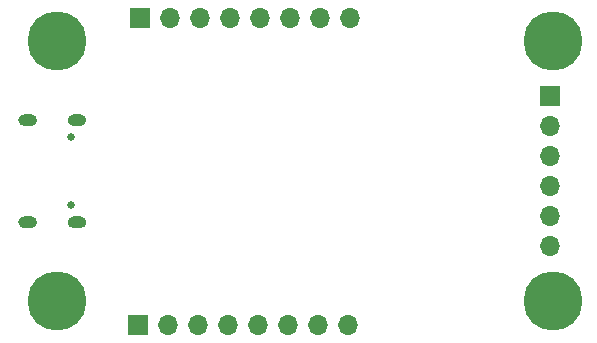
<source format=gbr>
G04 #@! TF.GenerationSoftware,KiCad,Pcbnew,(5.1.8)-1*
G04 #@! TF.CreationDate,2021-01-19T07:53:21+02:00*
G04 #@! TF.ProjectId,link,6c696e6b-2e6b-4696-9361-645f70636258,rev?*
G04 #@! TF.SameCoordinates,Original*
G04 #@! TF.FileFunction,Soldermask,Bot*
G04 #@! TF.FilePolarity,Negative*
%FSLAX46Y46*%
G04 Gerber Fmt 4.6, Leading zero omitted, Abs format (unit mm)*
G04 Created by KiCad (PCBNEW (5.1.8)-1) date 2021-01-19 07:53:21*
%MOMM*%
%LPD*%
G01*
G04 APERTURE LIST*
%ADD10O,1.700000X1.700000*%
%ADD11R,1.700000X1.700000*%
%ADD12C,0.670000*%
%ADD13C,5.000000*%
G04 APERTURE END LIST*
D10*
X156700000Y-92350000D03*
X156700000Y-89810000D03*
X156700000Y-87270000D03*
X156700000Y-84730000D03*
X156700000Y-82190000D03*
D11*
X156700000Y-79650000D03*
D10*
X139780000Y-73000000D03*
X137240000Y-73000000D03*
X134700000Y-73000000D03*
X132160000Y-73000000D03*
X129620000Y-73000000D03*
X127080000Y-73000000D03*
X124540000Y-73000000D03*
D11*
X122000000Y-73000000D03*
D10*
X139660000Y-99000000D03*
X137120000Y-99000000D03*
X134580000Y-99000000D03*
X132040000Y-99000000D03*
X129500000Y-99000000D03*
X126960000Y-99000000D03*
X124420000Y-99000000D03*
D11*
X121880000Y-99000000D03*
D12*
X116150000Y-88900000D03*
X116150000Y-83100000D03*
G36*
G01*
X112200000Y-81180000D02*
X112800000Y-81180000D01*
G75*
G02*
X113300000Y-81680000I0J-500000D01*
G01*
X113300000Y-81680000D01*
G75*
G02*
X112800000Y-82180000I-500000J0D01*
G01*
X112200000Y-82180000D01*
G75*
G02*
X111700000Y-81680000I0J500000D01*
G01*
X111700000Y-81680000D01*
G75*
G02*
X112200000Y-81180000I500000J0D01*
G01*
G37*
G36*
G01*
X112200000Y-89820000D02*
X112800000Y-89820000D01*
G75*
G02*
X113300000Y-90320000I0J-500000D01*
G01*
X113300000Y-90320000D01*
G75*
G02*
X112800000Y-90820000I-500000J0D01*
G01*
X112200000Y-90820000D01*
G75*
G02*
X111700000Y-90320000I0J500000D01*
G01*
X111700000Y-90320000D01*
G75*
G02*
X112200000Y-89820000I500000J0D01*
G01*
G37*
G36*
G01*
X116380000Y-89820000D02*
X116980000Y-89820000D01*
G75*
G02*
X117480000Y-90320000I0J-500000D01*
G01*
X117480000Y-90320000D01*
G75*
G02*
X116980000Y-90820000I-500000J0D01*
G01*
X116380000Y-90820000D01*
G75*
G02*
X115880000Y-90320000I0J500000D01*
G01*
X115880000Y-90320000D01*
G75*
G02*
X116380000Y-89820000I500000J0D01*
G01*
G37*
G36*
G01*
X116380000Y-81180000D02*
X116980000Y-81180000D01*
G75*
G02*
X117480000Y-81680000I0J-500000D01*
G01*
X117480000Y-81680000D01*
G75*
G02*
X116980000Y-82180000I-500000J0D01*
G01*
X116380000Y-82180000D01*
G75*
G02*
X115880000Y-81680000I0J500000D01*
G01*
X115880000Y-81680000D01*
G75*
G02*
X116380000Y-81180000I500000J0D01*
G01*
G37*
D13*
X157000000Y-75000000D03*
X157000000Y-97000000D03*
X115000000Y-97000000D03*
X115000000Y-75000000D03*
M02*

</source>
